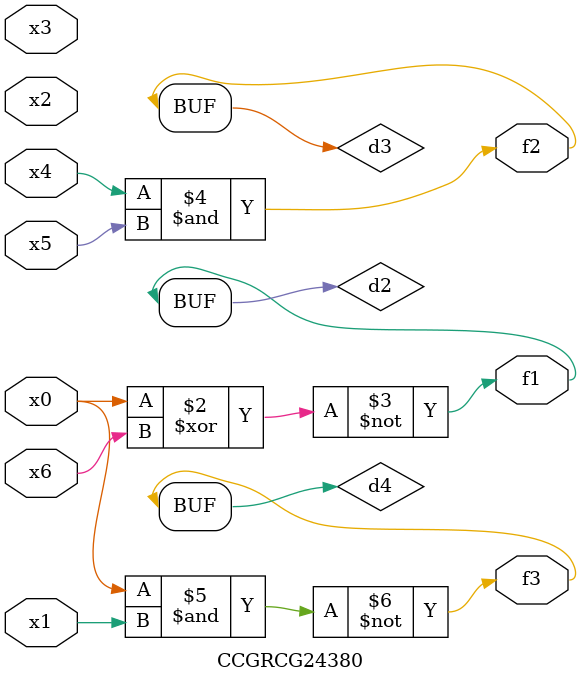
<source format=v>
module CCGRCG24380(
	input x0, x1, x2, x3, x4, x5, x6,
	output f1, f2, f3
);

	wire d1, d2, d3, d4;

	nor (d1, x0);
	xnor (d2, x0, x6);
	and (d3, x4, x5);
	nand (d4, x0, x1);
	assign f1 = d2;
	assign f2 = d3;
	assign f3 = d4;
endmodule

</source>
